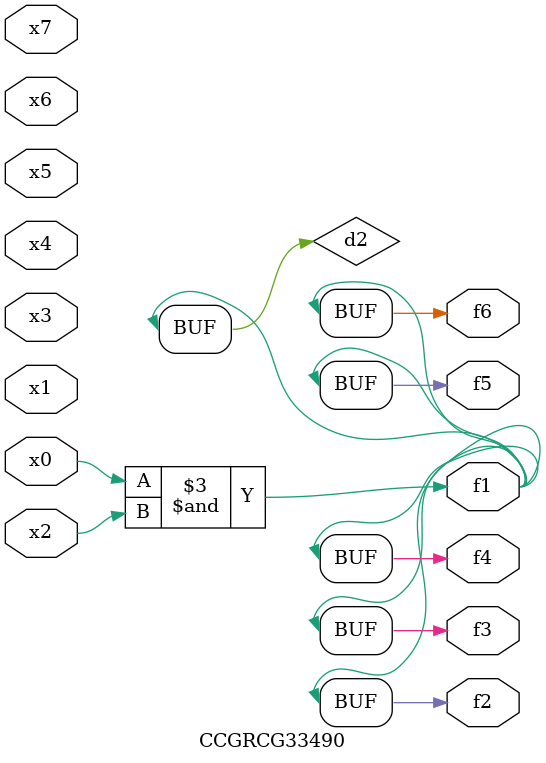
<source format=v>
module CCGRCG33490(
	input x0, x1, x2, x3, x4, x5, x6, x7,
	output f1, f2, f3, f4, f5, f6
);

	wire d1, d2;

	nor (d1, x3, x6);
	and (d2, x0, x2);
	assign f1 = d2;
	assign f2 = d2;
	assign f3 = d2;
	assign f4 = d2;
	assign f5 = d2;
	assign f6 = d2;
endmodule

</source>
